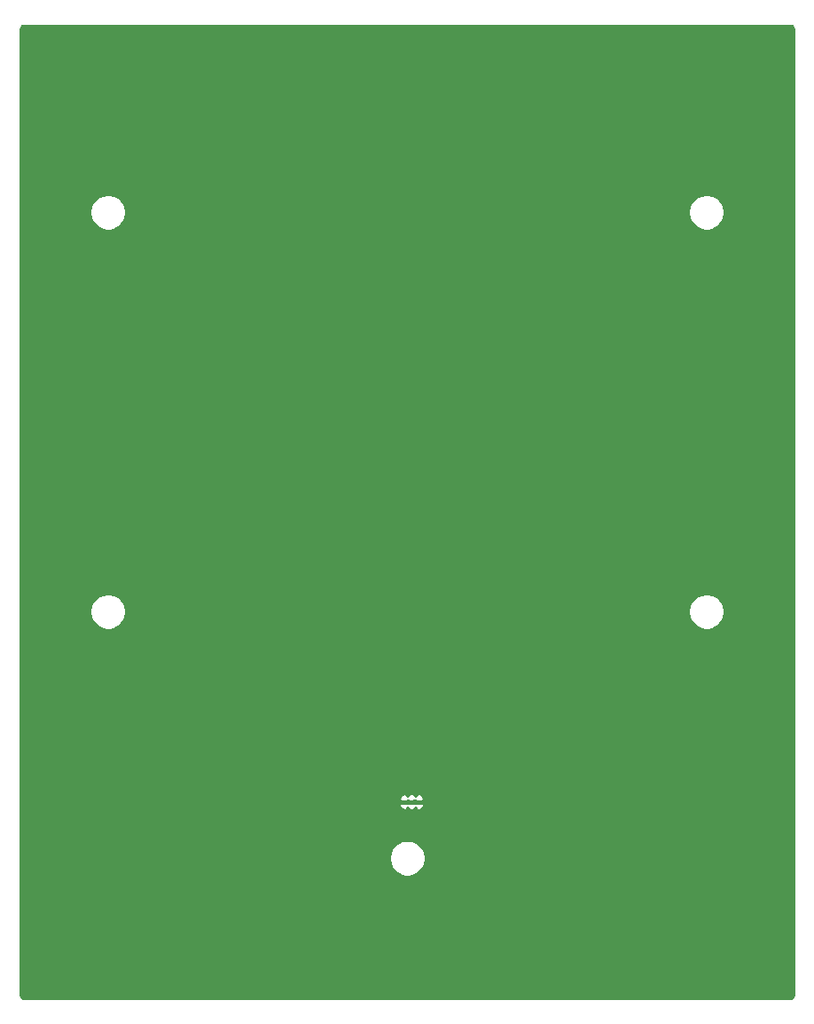
<source format=gbr>
G04 #@! TF.GenerationSoftware,KiCad,Pcbnew,(5.1.7)-1*
G04 #@! TF.CreationDate,2020-12-29T23:31:17-08:00*
G04 #@! TF.ProjectId,base,62617365-2e6b-4696-9361-645f70636258,rev?*
G04 #@! TF.SameCoordinates,Original*
G04 #@! TF.FileFunction,Copper,L2,Bot*
G04 #@! TF.FilePolarity,Positive*
%FSLAX46Y46*%
G04 Gerber Fmt 4.6, Leading zero omitted, Abs format (unit mm)*
G04 Created by KiCad (PCBNEW (5.1.7)-1) date 2020-12-29 23:31:17*
%MOMM*%
%LPD*%
G01*
G04 APERTURE LIST*
G04 #@! TA.AperFunction,ViaPad*
%ADD10C,0.800000*%
G04 #@! TD*
G04 #@! TA.AperFunction,Conductor*
%ADD11C,0.250000*%
G04 #@! TD*
G04 #@! TA.AperFunction,Conductor*
%ADD12C,0.254000*%
G04 #@! TD*
G04 #@! TA.AperFunction,Conductor*
%ADD13C,0.100000*%
G04 #@! TD*
G04 APERTURE END LIST*
G04 #@! TA.AperFunction,SMDPad,CuDef*
G36*
G01*
X146240200Y-117624001D02*
X146240200Y-117424001D01*
G75*
G02*
X146340200Y-117324001I100000J0D01*
G01*
X146600200Y-117324001D01*
G75*
G02*
X146700200Y-117424001I0J-100000D01*
G01*
X146700200Y-117624001D01*
G75*
G02*
X146600200Y-117724001I-100000J0D01*
G01*
X146340200Y-117724001D01*
G75*
G02*
X146240200Y-117624001I0J100000D01*
G01*
G37*
G04 #@! TD.AperFunction*
G04 #@! TA.AperFunction,SMDPad,CuDef*
G36*
G01*
X145600200Y-117624001D02*
X145600200Y-117424001D01*
G75*
G02*
X145700200Y-117324001I100000J0D01*
G01*
X145960200Y-117324001D01*
G75*
G02*
X146060200Y-117424001I0J-100000D01*
G01*
X146060200Y-117624001D01*
G75*
G02*
X145960200Y-117724001I-100000J0D01*
G01*
X145700200Y-117724001D01*
G75*
G02*
X145600200Y-117624001I0J100000D01*
G01*
G37*
G04 #@! TD.AperFunction*
D10*
X146150200Y-115224001D03*
D11*
X145830200Y-117524001D02*
X146470200Y-117524001D01*
D12*
X182360547Y-43444222D02*
X182418786Y-43461805D01*
X182472501Y-43490366D01*
X182519646Y-43528816D01*
X182558424Y-43575691D01*
X182587358Y-43629204D01*
X182605349Y-43687323D01*
X182615001Y-43779154D01*
X182615000Y-135916656D01*
X182605778Y-136010707D01*
X182588194Y-136068948D01*
X182559635Y-136122661D01*
X182521183Y-136169807D01*
X182474310Y-136208584D01*
X182420796Y-136237519D01*
X182362677Y-136255510D01*
X182270855Y-136265161D01*
X109183705Y-136265161D01*
X109089654Y-136255939D01*
X109031413Y-136238355D01*
X108977700Y-136209796D01*
X108930554Y-136171344D01*
X108891777Y-136124471D01*
X108862842Y-136070957D01*
X108844851Y-136012838D01*
X108835200Y-135921016D01*
X108835200Y-122728618D01*
X144015475Y-122728618D01*
X144015475Y-123070384D01*
X144082150Y-123405582D01*
X144212938Y-123721332D01*
X144402812Y-124005499D01*
X144644477Y-124247164D01*
X144928644Y-124437038D01*
X145244394Y-124567826D01*
X145579592Y-124634501D01*
X145921358Y-124634501D01*
X146256556Y-124567826D01*
X146572306Y-124437038D01*
X146856473Y-124247164D01*
X147098138Y-124005499D01*
X147288012Y-123721332D01*
X147418800Y-123405582D01*
X147485475Y-123070384D01*
X147485475Y-122728618D01*
X147418800Y-122393420D01*
X147288012Y-122077670D01*
X147098138Y-121793503D01*
X146856473Y-121551838D01*
X146572306Y-121361964D01*
X146256556Y-121231176D01*
X145921358Y-121164501D01*
X145579592Y-121164501D01*
X145244394Y-121231176D01*
X144928644Y-121361964D01*
X144644477Y-121551838D01*
X144402812Y-121793503D01*
X144212938Y-122077670D01*
X144082150Y-122393420D01*
X144015475Y-122728618D01*
X108835200Y-122728618D01*
X108835200Y-117755751D01*
X144965200Y-117755751D01*
X144978259Y-117866568D01*
X145018023Y-117985164D01*
X145080160Y-118093723D01*
X145162281Y-118188073D01*
X145261232Y-118264590D01*
X145373209Y-118320332D01*
X145493909Y-118353158D01*
X145568450Y-118359001D01*
X145727200Y-118200251D01*
X145727200Y-118101811D01*
X145802281Y-118188073D01*
X145901232Y-118264590D01*
X146013209Y-118320332D01*
X146068250Y-118335301D01*
X146091950Y-118359001D01*
X146150200Y-118354435D01*
X146208450Y-118359001D01*
X146232150Y-118335301D01*
X146287191Y-118320332D01*
X146399168Y-118264590D01*
X146498119Y-118188073D01*
X146573200Y-118101811D01*
X146573200Y-118200251D01*
X146731950Y-118359001D01*
X146806491Y-118353158D01*
X146927191Y-118320332D01*
X147039168Y-118264590D01*
X147138119Y-118188073D01*
X147220240Y-118093723D01*
X147282377Y-117985164D01*
X147322141Y-117866568D01*
X147335200Y-117755751D01*
X147176450Y-117597001D01*
X146573200Y-117597001D01*
X146573200Y-117633751D01*
X146536450Y-117597001D01*
X145763950Y-117597001D01*
X145727200Y-117633751D01*
X145727200Y-117597001D01*
X145123950Y-117597001D01*
X144965200Y-117755751D01*
X108835200Y-117755751D01*
X108835200Y-117292251D01*
X144965200Y-117292251D01*
X145123950Y-117451001D01*
X145727200Y-117451001D01*
X145727200Y-117414251D01*
X145763950Y-117451001D01*
X146536450Y-117451001D01*
X146573200Y-117414251D01*
X146573200Y-117451001D01*
X147176450Y-117451001D01*
X147335200Y-117292251D01*
X147322141Y-117181434D01*
X147282377Y-117062838D01*
X147220240Y-116954279D01*
X147138119Y-116859929D01*
X147039168Y-116783412D01*
X146927191Y-116727670D01*
X146806491Y-116694844D01*
X146731950Y-116689001D01*
X146573200Y-116847751D01*
X146573200Y-116946191D01*
X146498119Y-116859929D01*
X146399168Y-116783412D01*
X146287191Y-116727670D01*
X146232150Y-116712701D01*
X146208450Y-116689001D01*
X146150200Y-116693567D01*
X146091950Y-116689001D01*
X146068250Y-116712701D01*
X146013209Y-116727670D01*
X145901232Y-116783412D01*
X145802281Y-116859929D01*
X145727200Y-116946191D01*
X145727200Y-116847751D01*
X145568450Y-116689001D01*
X145493909Y-116694844D01*
X145373209Y-116727670D01*
X145261232Y-116783412D01*
X145162281Y-116859929D01*
X145080160Y-116954279D01*
X145018023Y-117062838D01*
X144978259Y-117181434D01*
X144965200Y-117292251D01*
X108835200Y-117292251D01*
X108835200Y-99204118D01*
X115415199Y-99204118D01*
X115415199Y-99545884D01*
X115481874Y-99881082D01*
X115612662Y-100196832D01*
X115802536Y-100480999D01*
X116044201Y-100722664D01*
X116328368Y-100912538D01*
X116644118Y-101043326D01*
X116979316Y-101110001D01*
X117321082Y-101110001D01*
X117656280Y-101043326D01*
X117972030Y-100912538D01*
X118256197Y-100722664D01*
X118497862Y-100480999D01*
X118687736Y-100196832D01*
X118818524Y-99881082D01*
X118885199Y-99545884D01*
X118885199Y-99204118D01*
X172565000Y-99204118D01*
X172565000Y-99545884D01*
X172631675Y-99881082D01*
X172762463Y-100196832D01*
X172952337Y-100480999D01*
X173194002Y-100722664D01*
X173478169Y-100912538D01*
X173793919Y-101043326D01*
X174129117Y-101110001D01*
X174470883Y-101110001D01*
X174806081Y-101043326D01*
X175121831Y-100912538D01*
X175405998Y-100722664D01*
X175647663Y-100480999D01*
X175837537Y-100196832D01*
X175968325Y-99881082D01*
X176035000Y-99545884D01*
X176035000Y-99204118D01*
X175968325Y-98868920D01*
X175837537Y-98553170D01*
X175647663Y-98269003D01*
X175405998Y-98027338D01*
X175121831Y-97837464D01*
X174806081Y-97706676D01*
X174470883Y-97640001D01*
X174129117Y-97640001D01*
X173793919Y-97706676D01*
X173478169Y-97837464D01*
X173194002Y-98027338D01*
X172952337Y-98269003D01*
X172762463Y-98553170D01*
X172631675Y-98868920D01*
X172565000Y-99204118D01*
X118885199Y-99204118D01*
X118818524Y-98868920D01*
X118687736Y-98553170D01*
X118497862Y-98269003D01*
X118256197Y-98027338D01*
X117972030Y-97837464D01*
X117656280Y-97706676D01*
X117321082Y-97640001D01*
X116979316Y-97640001D01*
X116644118Y-97706676D01*
X116328368Y-97837464D01*
X116044201Y-98027338D01*
X115802536Y-98269003D01*
X115612662Y-98553170D01*
X115481874Y-98868920D01*
X115415199Y-99204118D01*
X108835200Y-99204118D01*
X108835200Y-61104118D01*
X115415200Y-61104118D01*
X115415200Y-61445884D01*
X115481875Y-61781082D01*
X115612663Y-62096832D01*
X115802537Y-62380999D01*
X116044202Y-62622664D01*
X116328369Y-62812538D01*
X116644119Y-62943326D01*
X116979317Y-63010001D01*
X117321083Y-63010001D01*
X117656281Y-62943326D01*
X117972031Y-62812538D01*
X118256198Y-62622664D01*
X118497863Y-62380999D01*
X118687737Y-62096832D01*
X118818525Y-61781082D01*
X118885200Y-61445884D01*
X118885200Y-61104118D01*
X172565000Y-61104118D01*
X172565000Y-61445884D01*
X172631675Y-61781082D01*
X172762463Y-62096832D01*
X172952337Y-62380999D01*
X173194002Y-62622664D01*
X173478169Y-62812538D01*
X173793919Y-62943326D01*
X174129117Y-63010001D01*
X174470883Y-63010001D01*
X174806081Y-62943326D01*
X175121831Y-62812538D01*
X175405998Y-62622664D01*
X175647663Y-62380999D01*
X175837537Y-62096832D01*
X175968325Y-61781082D01*
X176035000Y-61445884D01*
X176035000Y-61104118D01*
X175968325Y-60768920D01*
X175837537Y-60453170D01*
X175647663Y-60169003D01*
X175405998Y-59927338D01*
X175121831Y-59737464D01*
X174806081Y-59606676D01*
X174470883Y-59540001D01*
X174129117Y-59540001D01*
X173793919Y-59606676D01*
X173478169Y-59737464D01*
X173194002Y-59927338D01*
X172952337Y-60169003D01*
X172762463Y-60453170D01*
X172631675Y-60768920D01*
X172565000Y-61104118D01*
X118885200Y-61104118D01*
X118818525Y-60768920D01*
X118687737Y-60453170D01*
X118497863Y-60169003D01*
X118256198Y-59927338D01*
X117972031Y-59737464D01*
X117656281Y-59606676D01*
X117321083Y-59540001D01*
X116979317Y-59540001D01*
X116644119Y-59606676D01*
X116328369Y-59737464D01*
X116044202Y-59927338D01*
X115802537Y-60169003D01*
X115612663Y-60453170D01*
X115481875Y-60768920D01*
X115415200Y-61104118D01*
X108835200Y-61104118D01*
X108835200Y-43783505D01*
X108844422Y-43689453D01*
X108862005Y-43631214D01*
X108890566Y-43577499D01*
X108929016Y-43530354D01*
X108975891Y-43491576D01*
X109029404Y-43462642D01*
X109087523Y-43444651D01*
X109179345Y-43435000D01*
X182266495Y-43435000D01*
X182360547Y-43444222D01*
G04 #@! TA.AperFunction,Conductor*
D13*
G36*
X182360547Y-43444222D02*
G01*
X182418786Y-43461805D01*
X182472501Y-43490366D01*
X182519646Y-43528816D01*
X182558424Y-43575691D01*
X182587358Y-43629204D01*
X182605349Y-43687323D01*
X182615001Y-43779154D01*
X182615000Y-135916656D01*
X182605778Y-136010707D01*
X182588194Y-136068948D01*
X182559635Y-136122661D01*
X182521183Y-136169807D01*
X182474310Y-136208584D01*
X182420796Y-136237519D01*
X182362677Y-136255510D01*
X182270855Y-136265161D01*
X109183705Y-136265161D01*
X109089654Y-136255939D01*
X109031413Y-136238355D01*
X108977700Y-136209796D01*
X108930554Y-136171344D01*
X108891777Y-136124471D01*
X108862842Y-136070957D01*
X108844851Y-136012838D01*
X108835200Y-135921016D01*
X108835200Y-122728618D01*
X144015475Y-122728618D01*
X144015475Y-123070384D01*
X144082150Y-123405582D01*
X144212938Y-123721332D01*
X144402812Y-124005499D01*
X144644477Y-124247164D01*
X144928644Y-124437038D01*
X145244394Y-124567826D01*
X145579592Y-124634501D01*
X145921358Y-124634501D01*
X146256556Y-124567826D01*
X146572306Y-124437038D01*
X146856473Y-124247164D01*
X147098138Y-124005499D01*
X147288012Y-123721332D01*
X147418800Y-123405582D01*
X147485475Y-123070384D01*
X147485475Y-122728618D01*
X147418800Y-122393420D01*
X147288012Y-122077670D01*
X147098138Y-121793503D01*
X146856473Y-121551838D01*
X146572306Y-121361964D01*
X146256556Y-121231176D01*
X145921358Y-121164501D01*
X145579592Y-121164501D01*
X145244394Y-121231176D01*
X144928644Y-121361964D01*
X144644477Y-121551838D01*
X144402812Y-121793503D01*
X144212938Y-122077670D01*
X144082150Y-122393420D01*
X144015475Y-122728618D01*
X108835200Y-122728618D01*
X108835200Y-117755751D01*
X144965200Y-117755751D01*
X144978259Y-117866568D01*
X145018023Y-117985164D01*
X145080160Y-118093723D01*
X145162281Y-118188073D01*
X145261232Y-118264590D01*
X145373209Y-118320332D01*
X145493909Y-118353158D01*
X145568450Y-118359001D01*
X145727200Y-118200251D01*
X145727200Y-118101811D01*
X145802281Y-118188073D01*
X145901232Y-118264590D01*
X146013209Y-118320332D01*
X146068250Y-118335301D01*
X146091950Y-118359001D01*
X146150200Y-118354435D01*
X146208450Y-118359001D01*
X146232150Y-118335301D01*
X146287191Y-118320332D01*
X146399168Y-118264590D01*
X146498119Y-118188073D01*
X146573200Y-118101811D01*
X146573200Y-118200251D01*
X146731950Y-118359001D01*
X146806491Y-118353158D01*
X146927191Y-118320332D01*
X147039168Y-118264590D01*
X147138119Y-118188073D01*
X147220240Y-118093723D01*
X147282377Y-117985164D01*
X147322141Y-117866568D01*
X147335200Y-117755751D01*
X147176450Y-117597001D01*
X146573200Y-117597001D01*
X146573200Y-117633751D01*
X146536450Y-117597001D01*
X145763950Y-117597001D01*
X145727200Y-117633751D01*
X145727200Y-117597001D01*
X145123950Y-117597001D01*
X144965200Y-117755751D01*
X108835200Y-117755751D01*
X108835200Y-117292251D01*
X144965200Y-117292251D01*
X145123950Y-117451001D01*
X145727200Y-117451001D01*
X145727200Y-117414251D01*
X145763950Y-117451001D01*
X146536450Y-117451001D01*
X146573200Y-117414251D01*
X146573200Y-117451001D01*
X147176450Y-117451001D01*
X147335200Y-117292251D01*
X147322141Y-117181434D01*
X147282377Y-117062838D01*
X147220240Y-116954279D01*
X147138119Y-116859929D01*
X147039168Y-116783412D01*
X146927191Y-116727670D01*
X146806491Y-116694844D01*
X146731950Y-116689001D01*
X146573200Y-116847751D01*
X146573200Y-116946191D01*
X146498119Y-116859929D01*
X146399168Y-116783412D01*
X146287191Y-116727670D01*
X146232150Y-116712701D01*
X146208450Y-116689001D01*
X146150200Y-116693567D01*
X146091950Y-116689001D01*
X146068250Y-116712701D01*
X146013209Y-116727670D01*
X145901232Y-116783412D01*
X145802281Y-116859929D01*
X145727200Y-116946191D01*
X145727200Y-116847751D01*
X145568450Y-116689001D01*
X145493909Y-116694844D01*
X145373209Y-116727670D01*
X145261232Y-116783412D01*
X145162281Y-116859929D01*
X145080160Y-116954279D01*
X145018023Y-117062838D01*
X144978259Y-117181434D01*
X144965200Y-117292251D01*
X108835200Y-117292251D01*
X108835200Y-99204118D01*
X115415199Y-99204118D01*
X115415199Y-99545884D01*
X115481874Y-99881082D01*
X115612662Y-100196832D01*
X115802536Y-100480999D01*
X116044201Y-100722664D01*
X116328368Y-100912538D01*
X116644118Y-101043326D01*
X116979316Y-101110001D01*
X117321082Y-101110001D01*
X117656280Y-101043326D01*
X117972030Y-100912538D01*
X118256197Y-100722664D01*
X118497862Y-100480999D01*
X118687736Y-100196832D01*
X118818524Y-99881082D01*
X118885199Y-99545884D01*
X118885199Y-99204118D01*
X172565000Y-99204118D01*
X172565000Y-99545884D01*
X172631675Y-99881082D01*
X172762463Y-100196832D01*
X172952337Y-100480999D01*
X173194002Y-100722664D01*
X173478169Y-100912538D01*
X173793919Y-101043326D01*
X174129117Y-101110001D01*
X174470883Y-101110001D01*
X174806081Y-101043326D01*
X175121831Y-100912538D01*
X175405998Y-100722664D01*
X175647663Y-100480999D01*
X175837537Y-100196832D01*
X175968325Y-99881082D01*
X176035000Y-99545884D01*
X176035000Y-99204118D01*
X175968325Y-98868920D01*
X175837537Y-98553170D01*
X175647663Y-98269003D01*
X175405998Y-98027338D01*
X175121831Y-97837464D01*
X174806081Y-97706676D01*
X174470883Y-97640001D01*
X174129117Y-97640001D01*
X173793919Y-97706676D01*
X173478169Y-97837464D01*
X173194002Y-98027338D01*
X172952337Y-98269003D01*
X172762463Y-98553170D01*
X172631675Y-98868920D01*
X172565000Y-99204118D01*
X118885199Y-99204118D01*
X118818524Y-98868920D01*
X118687736Y-98553170D01*
X118497862Y-98269003D01*
X118256197Y-98027338D01*
X117972030Y-97837464D01*
X117656280Y-97706676D01*
X117321082Y-97640001D01*
X116979316Y-97640001D01*
X116644118Y-97706676D01*
X116328368Y-97837464D01*
X116044201Y-98027338D01*
X115802536Y-98269003D01*
X115612662Y-98553170D01*
X115481874Y-98868920D01*
X115415199Y-99204118D01*
X108835200Y-99204118D01*
X108835200Y-61104118D01*
X115415200Y-61104118D01*
X115415200Y-61445884D01*
X115481875Y-61781082D01*
X115612663Y-62096832D01*
X115802537Y-62380999D01*
X116044202Y-62622664D01*
X116328369Y-62812538D01*
X116644119Y-62943326D01*
X116979317Y-63010001D01*
X117321083Y-63010001D01*
X117656281Y-62943326D01*
X117972031Y-62812538D01*
X118256198Y-62622664D01*
X118497863Y-62380999D01*
X118687737Y-62096832D01*
X118818525Y-61781082D01*
X118885200Y-61445884D01*
X118885200Y-61104118D01*
X172565000Y-61104118D01*
X172565000Y-61445884D01*
X172631675Y-61781082D01*
X172762463Y-62096832D01*
X172952337Y-62380999D01*
X173194002Y-62622664D01*
X173478169Y-62812538D01*
X173793919Y-62943326D01*
X174129117Y-63010001D01*
X174470883Y-63010001D01*
X174806081Y-62943326D01*
X175121831Y-62812538D01*
X175405998Y-62622664D01*
X175647663Y-62380999D01*
X175837537Y-62096832D01*
X175968325Y-61781082D01*
X176035000Y-61445884D01*
X176035000Y-61104118D01*
X175968325Y-60768920D01*
X175837537Y-60453170D01*
X175647663Y-60169003D01*
X175405998Y-59927338D01*
X175121831Y-59737464D01*
X174806081Y-59606676D01*
X174470883Y-59540001D01*
X174129117Y-59540001D01*
X173793919Y-59606676D01*
X173478169Y-59737464D01*
X173194002Y-59927338D01*
X172952337Y-60169003D01*
X172762463Y-60453170D01*
X172631675Y-60768920D01*
X172565000Y-61104118D01*
X118885200Y-61104118D01*
X118818525Y-60768920D01*
X118687737Y-60453170D01*
X118497863Y-60169003D01*
X118256198Y-59927338D01*
X117972031Y-59737464D01*
X117656281Y-59606676D01*
X117321083Y-59540001D01*
X116979317Y-59540001D01*
X116644119Y-59606676D01*
X116328369Y-59737464D01*
X116044202Y-59927338D01*
X115802537Y-60169003D01*
X115612663Y-60453170D01*
X115481875Y-60768920D01*
X115415200Y-61104118D01*
X108835200Y-61104118D01*
X108835200Y-43783505D01*
X108844422Y-43689453D01*
X108862005Y-43631214D01*
X108890566Y-43577499D01*
X108929016Y-43530354D01*
X108975891Y-43491576D01*
X109029404Y-43462642D01*
X109087523Y-43444651D01*
X109179345Y-43435000D01*
X182266495Y-43435000D01*
X182360547Y-43444222D01*
G37*
G04 #@! TD.AperFunction*
M02*

</source>
